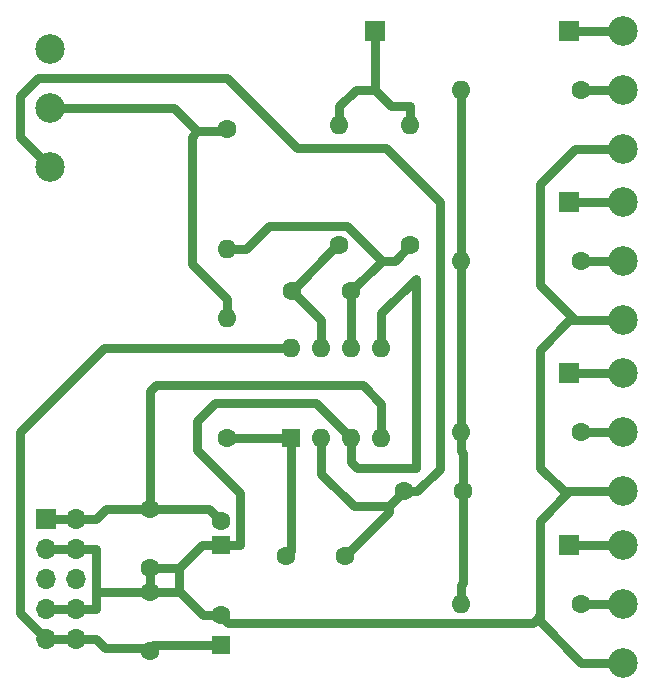
<source format=gbr>
G04 #@! TF.FileFunction,Copper,L2,Bot,Signal*
%FSLAX46Y46*%
G04 Gerber Fmt 4.6, Leading zero omitted, Abs format (unit mm)*
G04 Created by KiCad (PCBNEW 4.0.7) date Thu Jun 21 22:23:34 2018*
%MOMM*%
%LPD*%
G01*
G04 APERTURE LIST*
%ADD10C,0.100000*%
%ADD11C,2.500000*%
%ADD12R,1.600000X1.600000*%
%ADD13C,1.600000*%
%ADD14R,1.700000X1.700000*%
%ADD15O,1.700000X1.700000*%
%ADD16O,1.600000X1.600000*%
%ADD17C,0.800000*%
G04 APERTURE END LIST*
D10*
D11*
X144000000Y-73500000D03*
X144000000Y-78500000D03*
X144000000Y-68500000D03*
D12*
X158500000Y-110500000D03*
D13*
X158500000Y-108500000D03*
D14*
X188000000Y-67000000D03*
X188000000Y-81500000D03*
X188000000Y-96000000D03*
X171500000Y-67000000D03*
X143710000Y-108330000D03*
D15*
X146250000Y-108330000D03*
X143710000Y-110870000D03*
X146250000Y-110870000D03*
X143710000Y-113410000D03*
X146250000Y-113410000D03*
X143710000Y-115950000D03*
X146250000Y-115950000D03*
X143710000Y-118490000D03*
X146250000Y-118490000D03*
D14*
X188000000Y-110500000D03*
D11*
X192500000Y-72000000D03*
X192500000Y-77000000D03*
X192500000Y-67000000D03*
X192500000Y-86500000D03*
X192500000Y-91500000D03*
X192500000Y-81500000D03*
X192500000Y-101000000D03*
X192500000Y-106000000D03*
X192500000Y-96000000D03*
X192500000Y-115500000D03*
X192500000Y-120500000D03*
X192500000Y-110500000D03*
D12*
X164460000Y-101500000D03*
D16*
X172080000Y-93880000D03*
X167000000Y-101500000D03*
X169540000Y-93880000D03*
X169540000Y-101500000D03*
X167000000Y-93880000D03*
X172080000Y-101500000D03*
X164460000Y-93880000D03*
D13*
X174000000Y-106000000D03*
X179000000Y-106000000D03*
X164000000Y-111500000D03*
X169000000Y-111500000D03*
X164500000Y-89000000D03*
X169500000Y-89000000D03*
D12*
X158500000Y-119000000D03*
D13*
X158500000Y-116500000D03*
X152500000Y-114500000D03*
X152500000Y-119500000D03*
X152500000Y-107500000D03*
X152500000Y-112500000D03*
X189000000Y-72000000D03*
D16*
X178840000Y-72000000D03*
D13*
X189000000Y-86500000D03*
D16*
X178840000Y-86500000D03*
D13*
X189000000Y-101000000D03*
D16*
X178840000Y-101000000D03*
D13*
X159000000Y-101500000D03*
D16*
X159000000Y-91340000D03*
D13*
X159000000Y-75340000D03*
D16*
X159000000Y-85500000D03*
D13*
X174500000Y-85160000D03*
D16*
X174500000Y-75000000D03*
D13*
X168500000Y-85160000D03*
D16*
X168500000Y-75000000D03*
D13*
X189000000Y-115500000D03*
D16*
X178840000Y-115500000D03*
D17*
X174000000Y-106000000D02*
X175131370Y-106000000D01*
X175131370Y-106000000D02*
X177000000Y-104131370D01*
X172440400Y-76940400D02*
X164940400Y-76940400D01*
X143000000Y-71000000D02*
X141500000Y-72500000D01*
X177000000Y-104131370D02*
X177000000Y-81500000D01*
X177000000Y-81500000D02*
X172440400Y-76940400D01*
X164940400Y-76940400D02*
X159000000Y-71000000D01*
X159000000Y-71000000D02*
X143000000Y-71000000D01*
X141500000Y-72500000D02*
X141500000Y-76000000D01*
X141500000Y-76000000D02*
X142750001Y-77250001D01*
X142750001Y-77250001D02*
X144000000Y-78500000D01*
X172750000Y-107250000D02*
X169750000Y-107250000D01*
X169750000Y-107250000D02*
X167000000Y-104500000D01*
X167000000Y-104500000D02*
X167000000Y-103100300D01*
X167000000Y-103100300D02*
X167000000Y-101500000D01*
X172750000Y-107250000D02*
X174000000Y-106000000D01*
X172750000Y-107750000D02*
X172750000Y-107250000D01*
X169000000Y-111500000D02*
X172750000Y-107750000D01*
X179000000Y-113739700D02*
X179000000Y-106000000D01*
X178840000Y-113899700D02*
X179000000Y-113739700D01*
X178840000Y-115500000D02*
X178840000Y-113899700D01*
X179000000Y-102760300D02*
X179000000Y-106000000D01*
X178840000Y-102600300D02*
X179000000Y-102760300D01*
X178840000Y-101000000D02*
X178840000Y-102600300D01*
X178840000Y-72000000D02*
X178840000Y-73600300D01*
X178840000Y-101000000D02*
X178840000Y-86500000D01*
X178840000Y-86500000D02*
X178840000Y-73600300D01*
X164000000Y-111500000D02*
X164460000Y-111040000D01*
X164460000Y-111040000D02*
X164460000Y-103100300D01*
X164460000Y-103100300D02*
X164460000Y-101500000D01*
X159000000Y-101500000D02*
X164460000Y-101500000D01*
X168340000Y-85160000D02*
X164500000Y-89000000D01*
X168500000Y-85160000D02*
X168340000Y-85160000D01*
X167000000Y-91500000D02*
X167000000Y-93880000D01*
X164500000Y-89000000D02*
X167000000Y-91500000D01*
X169540000Y-93880000D02*
X169540000Y-92279700D01*
X169540000Y-92279700D02*
X169540000Y-89000000D01*
X169540000Y-89000000D02*
X169500000Y-89000000D01*
X159000000Y-85500000D02*
X160600300Y-85500000D01*
X169154400Y-83514600D02*
X172089900Y-86450100D01*
X162585700Y-83514600D02*
X169154400Y-83514600D01*
X160600300Y-85500000D02*
X162585700Y-83514600D01*
X173209900Y-86450100D02*
X172089900Y-86450100D01*
X174500000Y-85160000D02*
X173209900Y-86450100D01*
X172089900Y-86450100D02*
X169540000Y-89000000D01*
X143710000Y-118490000D02*
X141500000Y-116280000D01*
X141500000Y-116280000D02*
X141500000Y-101000000D01*
X141500000Y-101000000D02*
X148620000Y-93880000D01*
X148620000Y-93880000D02*
X164460000Y-93880000D01*
X146250000Y-118490000D02*
X143710000Y-118490000D01*
X146250000Y-118490000D02*
X147900300Y-118490000D01*
X152500000Y-119250000D02*
X152500000Y-119500000D01*
X152750000Y-119000000D02*
X152500000Y-119250000D01*
X158500000Y-119000000D02*
X152750000Y-119000000D01*
X148660300Y-119250000D02*
X147900300Y-118490000D01*
X152500000Y-119250000D02*
X148660300Y-119250000D01*
X154899700Y-114399700D02*
X154799400Y-114500000D01*
X154799400Y-114500000D02*
X152500000Y-114500000D01*
X154899700Y-112500000D02*
X154899700Y-114399700D01*
X154899700Y-114399700D02*
X157000000Y-116500000D01*
X157000000Y-116500000D02*
X158500000Y-116500000D01*
X147901700Y-114500000D02*
X147901700Y-110901700D01*
X147901700Y-110901700D02*
X147870000Y-110870000D01*
X147870000Y-110870000D02*
X146250000Y-110870000D01*
X158500000Y-110500000D02*
X160100300Y-110500000D01*
X158000000Y-98500000D02*
X166540000Y-98500000D01*
X160100300Y-110500000D02*
X160100300Y-106100300D01*
X160100300Y-106100300D02*
X156500000Y-102500000D01*
X166540000Y-98500000D02*
X169540000Y-101500000D01*
X156500000Y-102500000D02*
X156500000Y-100000000D01*
X156500000Y-100000000D02*
X158000000Y-98500000D01*
X189613500Y-91500000D02*
X188500000Y-91500000D01*
X188500000Y-91500000D02*
X185500000Y-88500000D01*
X185500000Y-80000000D02*
X188500000Y-77000000D01*
X185500000Y-88500000D02*
X185500000Y-80000000D01*
X188500000Y-77000000D02*
X192500000Y-77000000D01*
X185500000Y-115000000D02*
X185500000Y-116500000D01*
X159118900Y-117118900D02*
X158500000Y-116500000D01*
X185500000Y-116500000D02*
X184881100Y-117118900D01*
X184881100Y-117118900D02*
X159118900Y-117118900D01*
X192500000Y-120500000D02*
X189000000Y-120500000D01*
X189000000Y-120500000D02*
X185500000Y-117000000D01*
X185500000Y-117000000D02*
X185500000Y-115000000D01*
X185500000Y-115000000D02*
X185500000Y-108500000D01*
X185500000Y-108500000D02*
X188000000Y-106000000D01*
X188000000Y-106000000D02*
X189608700Y-106000000D01*
X189608700Y-106000000D02*
X187500000Y-106000000D01*
X187500000Y-106000000D02*
X185500000Y-104000000D01*
X185500000Y-104000000D02*
X185500000Y-94000000D01*
X185500000Y-94000000D02*
X188000000Y-91500000D01*
X188000000Y-91500000D02*
X189613500Y-91500000D01*
X172080000Y-90920000D02*
X172080000Y-93880000D01*
X175000000Y-104000000D02*
X175000000Y-88000000D01*
X169540000Y-101500000D02*
X169540000Y-103540000D01*
X169540000Y-103540000D02*
X170000000Y-104000000D01*
X175000000Y-88000000D02*
X172080000Y-90920000D01*
X170000000Y-104000000D02*
X175000000Y-104000000D01*
X143710000Y-115950000D02*
X146250000Y-115950000D01*
X143710000Y-110870000D02*
X145360300Y-110870000D01*
X146250000Y-110870000D02*
X145360300Y-110870000D01*
X147901700Y-114500000D02*
X152500000Y-114500000D01*
X147900300Y-114501400D02*
X147901700Y-114500000D01*
X147900300Y-115950000D02*
X147900300Y-114501400D01*
X146250000Y-115950000D02*
X147900300Y-115950000D01*
X152500000Y-112500000D02*
X152500000Y-114500000D01*
X189608700Y-106000000D02*
X192500000Y-106000000D01*
X189613500Y-91500000D02*
X192500000Y-91500000D01*
X152500000Y-112500000D02*
X154899700Y-112500000D01*
X154899700Y-112500000D02*
X156899700Y-110500000D01*
X158500000Y-110500000D02*
X156899700Y-110500000D01*
X172080000Y-101500000D02*
X172080000Y-98580000D01*
X172080000Y-98580000D02*
X170500000Y-97000000D01*
X170500000Y-97000000D02*
X153000000Y-97000000D01*
X152500000Y-97500000D02*
X152500000Y-107500000D01*
X153000000Y-97000000D02*
X152500000Y-97500000D01*
X143710000Y-108330000D02*
X146250000Y-108330000D01*
X146250000Y-108330000D02*
X147900300Y-108330000D01*
X148730300Y-107500000D02*
X152500000Y-107500000D01*
X147900300Y-108330000D02*
X148730300Y-107500000D01*
X152500000Y-107500000D02*
X156174000Y-107500000D01*
X157500000Y-107500000D02*
X158500000Y-108500000D01*
X156174000Y-107500000D02*
X157500000Y-107500000D01*
X192500000Y-67000000D02*
X188000000Y-67000000D01*
X192500000Y-81500000D02*
X188000000Y-81500000D01*
X192500000Y-96000000D02*
X188000000Y-96000000D01*
X168500000Y-75000000D02*
X168500000Y-73399700D01*
X169899700Y-72000000D02*
X171500000Y-72000000D01*
X168500000Y-73399700D02*
X169899700Y-72000000D01*
X172899700Y-73399700D02*
X171500000Y-72000000D01*
X174500000Y-73399700D02*
X172899700Y-73399700D01*
X171500000Y-72000000D02*
X171500000Y-67000000D01*
X174500000Y-75000000D02*
X174500000Y-73399700D01*
X192500000Y-110500000D02*
X188000000Y-110500000D01*
X189000000Y-72000000D02*
X192500000Y-72000000D01*
X189000000Y-86500000D02*
X192500000Y-86500000D01*
X189000000Y-101000000D02*
X192500000Y-101000000D01*
X156500000Y-75500000D02*
X156000000Y-76000000D01*
X156000000Y-76000000D02*
X156000000Y-86739700D01*
X156000000Y-86739700D02*
X159000000Y-89739700D01*
X159000000Y-89739700D02*
X159000000Y-91340000D01*
X157500000Y-75500000D02*
X156500000Y-75500000D01*
X154500000Y-73500000D02*
X144000000Y-73500000D01*
X156500000Y-75500000D02*
X154500000Y-73500000D01*
X159000000Y-75340000D02*
X158840000Y-75500000D01*
X158840000Y-75500000D02*
X157500000Y-75500000D01*
X189000000Y-115500000D02*
X192500000Y-115500000D01*
M02*

</source>
